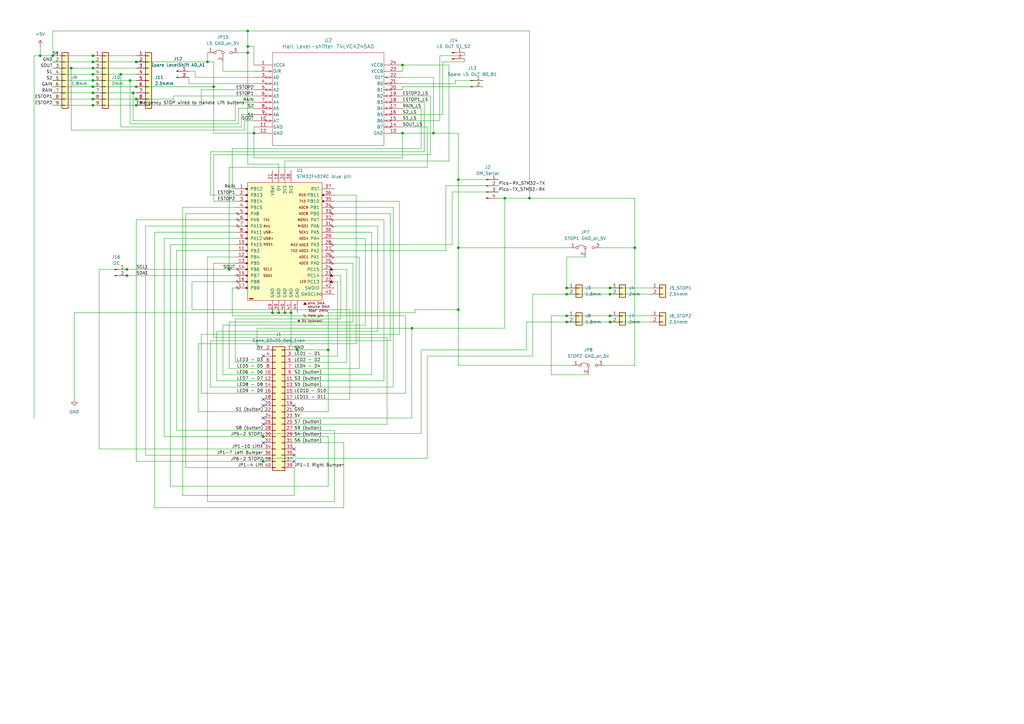
<source format=kicad_sch>
(kicad_sch (version 20230121) (generator eeschema)
  (paper "A3")
  (lib_symbols
    (symbol "Connector:Conn_01x02_Pin" (pin_names (offset 1.016) hide)
      (property "Reference" "J" (at 0 2.54 0))
      (property "Value" "Conn_01x02_Pin" (at 0 -5.08 0))
      (symbol "Conn_01x02_Pin_1_1"
        (pin passive line (at 5.08 0 180) (length 3.81) (name "Pin_1") (number "1"))
        (pin passive line (at 5.08 -2.54 180) (length 3.81) (name "Pin_2") (number "2"))
      )
    )
    (symbol "Connector:Conn_01x04_Pin" (pin_names (offset 1.016) hide)
      (property "Reference" "J" (at 0 5.08 0))
      (property "Value" "Conn_01x04_Pin" (at 0 -7.62 0))
      (symbol "Conn_01x04_Pin_1_1"
        (pin passive line (at 5.08 2.54 180) (length 3.81) (name "Pin_1") (number "1"))
        (pin passive line (at 5.08 0 180) (length 3.81) (name "Pin_2") (number "2"))
        (pin passive line (at 5.08 -2.54 180) (length 3.81) (name "Pin_3") (number "3"))
        (pin passive line (at 5.08 -5.08 180) (length 3.81) (name "Pin_4") (number "4"))
      )
    )
    (symbol "Connector_Generic:Conn_01x02" (pin_names (offset 1.016) hide)
      (property "Reference" "J" (at 0 2.54 0))
      (property "Value" "Conn_01x02" (at 0 -5.08 0))
      (symbol "Conn_01x02_1_1"
        (pin passive line (at -5.08 0 0) (length 3.81) (name "Pin_1") (number "1"))
        (pin passive line (at -5.08 -2.54 0) (length 3.81) (name "Pin_2") (number "2"))
      )
    )
    (symbol "Connector_Generic:Conn_01x09" (pin_names (offset 1.016) hide)
      (property "Reference" "J" (at 0 12.7 0))
      (property "Value" "Conn_01x09" (at 0 -12.7 0))
      (symbol "Conn_01x09_1_1"
        (pin passive line (at -5.08 10.16 0) (length 3.81) (name "Pin_1") (number "1"))
        (pin passive line (at -5.08 7.62 0) (length 3.81) (name "Pin_2") (number "2"))
        (pin passive line (at -5.08 5.08 0) (length 3.81) (name "Pin_3") (number "3"))
        (pin passive line (at -5.08 2.54 0) (length 3.81) (name "Pin_4") (number "4"))
        (pin passive line (at -5.08 0 0) (length 3.81) (name "Pin_5") (number "5"))
        (pin passive line (at -5.08 -2.54 0) (length 3.81) (name "Pin_6") (number "6"))
        (pin passive line (at -5.08 -5.08 0) (length 3.81) (name "Pin_7") (number "7"))
        (pin passive line (at -5.08 -7.62 0) (length 3.81) (name "Pin_8") (number "8"))
        (pin passive line (at -5.08 -10.16 0) (length 3.81) (name "Pin_9") (number "9"))
      )
    )
    (symbol "Connector_Generic:Conn_02x20_Odd_Even" (pin_names (offset 1.016) hide)
      (property "Reference" "J" (at 1.27 25.4 0))
      (property "Value" "Conn_02x20_Odd_Even" (at 1.27 -27.94 0))
      (symbol "Conn_02x20_Odd_Even_1_1"
        (pin passive line (at -5.08 22.86 0) (length 3.81) (name "Pin_1") (number "1"))
        (pin passive line (at 7.62 12.7 180) (length 3.81) (name "Pin_10") (number "10"))
        (pin passive line (at -5.08 10.16 0) (length 3.81) (name "Pin_11") (number "11"))
        (pin passive line (at 7.62 10.16 180) (length 3.81) (name "Pin_12") (number "12"))
        (pin passive line (at -5.08 7.62 0) (length 3.81) (name "Pin_13") (number "13"))
        (pin passive line (at 7.62 7.62 180) (length 3.81) (name "Pin_14") (number "14"))
        (pin passive line (at -5.08 5.08 0) (length 3.81) (name "Pin_15") (number "15"))
        (pin passive line (at 7.62 5.08 180) (length 3.81) (name "Pin_16") (number "16"))
        (pin passive line (at -5.08 2.54 0) (length 3.81) (name "Pin_17") (number "17"))
        (pin passive line (at 7.62 2.54 180) (length 3.81) (name "Pin_18") (number "18"))
        (pin passive line (at -5.08 0 0) (length 3.81) (name "Pin_19") (number "19"))
        (pin passive line (at 7.62 22.86 180) (length 3.81) (name "Pin_2") (number "2"))
        (pin passive line (at 7.62 0 180) (length 3.81) (name "Pin_20") (number "20"))
        (pin passive line (at -5.08 -2.54 0) (length 3.81) (name "Pin_21") (number "21"))
        (pin passive line (at 7.62 -2.54 180) (length 3.81) (name "Pin_22") (number "22"))
        (pin passive line (at -5.08 -5.08 0) (length 3.81) (name "Pin_23") (number "23"))
        (pin passive line (at 7.62 -5.08 180) (length 3.81) (name "Pin_24") (number "24"))
        (pin passive line (at -5.08 -7.62 0) (length 3.81) (name "Pin_25") (number "25"))
        (pin passive line (at 7.62 -7.62 180) (length 3.81) (name "Pin_26") (number "26"))
        (pin passive line (at -5.08 -10.16 0) (length 3.81) (name "Pin_27") (number "27"))
        (pin passive line (at 7.62 -10.16 180) (length 3.81) (name "Pin_28") (number "28"))
        (pin passive line (at -5.08 -12.7 0) (length 3.81) (name "Pin_29") (number "29"))
        (pin passive line (at -5.08 20.32 0) (length 3.81) (name "Pin_3") (number "3"))
        (pin passive line (at 7.62 -12.7 180) (length 3.81) (name "Pin_30") (number "30"))
        (pin passive line (at -5.08 -15.24 0) (length 3.81) (name "Pin_31") (number "31"))
        (pin passive line (at 7.62 -15.24 180) (length 3.81) (name "Pin_32") (number "32"))
        (pin passive line (at -5.08 -17.78 0) (length 3.81) (name "Pin_33") (number "33"))
        (pin passive line (at 7.62 -17.78 180) (length 3.81) (name "Pin_34") (number "34"))
        (pin passive line (at -5.08 -20.32 0) (length 3.81) (name "Pin_35") (number "35"))
        (pin passive line (at 7.62 -20.32 180) (length 3.81) (name "Pin_36") (number "36"))
        (pin passive line (at -5.08 -22.86 0) (length 3.81) (name "Pin_37") (number "37"))
        (pin passive line (at 7.62 -22.86 180) (length 3.81) (name "Pin_38") (number "38"))
        (pin passive line (at -5.08 -25.4 0) (length 3.81) (name "Pin_39") (number "39"))
        (pin passive line (at 7.62 20.32 180) (length 3.81) (name "Pin_4") (number "4"))
        (pin passive line (at 7.62 -25.4 180) (length 3.81) (name "Pin_40") (number "40"))
        (pin passive line (at -5.08 17.78 0) (length 3.81) (name "Pin_5") (number "5"))
        (pin passive line (at 7.62 17.78 180) (length 3.81) (name "Pin_6") (number "6"))
        (pin passive line (at -5.08 15.24 0) (length 3.81) (name "Pin_7") (number "7"))
        (pin passive line (at 7.62 15.24 180) (length 3.81) (name "Pin_8") (number "8"))
        (pin passive line (at -5.08 12.7 0) (length 3.81) (name "Pin_9") (number "9"))
      )
    )
    (symbol "Jumper:Jumper_3_Bridged12" (pin_names (offset 0) hide)
      (property "Reference" "JP" (at -2.54 -2.54 0))
      (property "Value" "Jumper_3_Bridged12" (at 0 2.794 0))
      (symbol "Jumper_3_Bridged12_1_1"
        (pin passive line (at -6.35 0 0) (length 2.54) (name "A") (number "1"))
        (pin passive line (at 0 -3.81 90) (length 2.54) (name "C") (number "2"))
        (pin passive line (at 6.35 0 180) (length 2.54) (name "B") (number "3"))
      )
    )
    (symbol "NXP 74LVC4245AD:74LVC4245AD" (pin_names (offset 0.254))
      (property "Reference" "U2" (at 30.48 10.16 0))
      (property "Value" "Hall Level-shifter 74LVC4245AD" (at 30.48 7.62 0))
      (symbol "74LVC4245AD_0_1"
        (pin power_in line (at 0 0 0) (length 7.62) (name "VCCA") (number "1"))
        (pin bidirectional line (at 0 -22.86 0) (length 7.62) (name "A7") (number "10"))
        (pin power_in line (at 0 -25.4 0) (length 7.62) (name "GND") (number "11"))
        (pin power_in line (at 0 -27.94 0) (length 7.62) (name "GND") (number "12"))
        (pin power_in line (at 60.96 -27.94 180) (length 7.62) (name "GND") (number "13"))
        (pin bidirectional line (at 60.96 -25.4 180) (length 7.62) (name "B7") (number "14"))
        (pin bidirectional line (at 60.96 -22.86 180) (length 7.62) (name "B6") (number "15"))
        (pin bidirectional line (at 60.96 -20.32 180) (length 7.62) (name "B5") (number "16"))
        (pin bidirectional line (at 60.96 -17.78 180) (length 7.62) (name "B4") (number "17"))
        (pin bidirectional line (at 60.96 -15.24 180) (length 7.62) (name "B3") (number "18"))
        (pin bidirectional line (at 60.96 -12.7 180) (length 7.62) (name "B2") (number "19"))
        (pin input line (at 0 -2.54 0) (length 7.62) (name "DIR") (number "2"))
        (pin bidirectional line (at 60.96 -10.16 180) (length 7.62) (name "B1") (number "20"))
        (pin bidirectional line (at 60.96 -7.62 180) (length 7.62) (name "B0") (number "21"))
        (pin input line (at 60.96 -5.08 180) (length 7.62) (name "OE*") (number "22"))
        (pin power_in line (at 60.96 -2.54 180) (length 7.62) (name "VCCB") (number "23"))
        (pin power_in line (at 60.96 0 180) (length 7.62) (name "VCCB") (number "24"))
        (pin bidirectional line (at 0 -5.08 0) (length 7.62) (name "A0") (number "3"))
        (pin bidirectional line (at 0 -7.62 0) (length 7.62) (name "A1") (number "4"))
        (pin bidirectional line (at 0 -10.16 0) (length 7.62) (name "A2") (number "5"))
        (pin bidirectional line (at 0 -12.7 0) (length 7.62) (name "A3") (number "6"))
        (pin bidirectional line (at 0 -15.24 0) (length 7.62) (name "A4") (number "7"))
        (pin bidirectional line (at 0 -17.78 0) (length 7.62) (name "A5") (number "8"))
        (pin bidirectional line (at 0 -20.32 0) (length 7.62) (name "A6") (number "9"))
      )
    )
    (symbol "YAAJ_BluePill_SWD_Breakout:YAAJ_BluePill_SWD_Breakout" (pin_names (offset 1.016))
      (property "Reference" "U1" (at 4.7341 27.94 0))
      (property "Value" "STM32F401RC blue pill" (at 4.7341 25.4 0))
      (symbol "YAAJ_BluePill_SWD_Breakout_0_0"
        (text "30pF 2MHz" (at 13.716 -29.591 0) (effects (font (size 0.9906 0.9906))))
        (text "5V tolerant" (at 11.176 -33.782 0) (effects (font (size 0.9906 0.9906))))
        (text "ADC0" (at 7.747 -10.16 0) (effects (font (size 0.9906 0.9906))))
        (text "ADC1" (at 7.747 -7.62 0) (effects (font (size 0.9906 0.9906))))
        (text "ADC2" (at 7.747 -5.08 0) (effects (font (size 0.9906 0.9906))))
        (text "ADC3" (at 7.747 -2.667 0) (effects (font (size 0.9906 0.9906))))
        (text "ADC4" (at 7.747 0 0) (effects (font (size 0.9906 0.9906))))
        (text "ADC8" (at 7.62 10.16 0) (effects (font (size 0.9906 0.9906))))
        (text "ADC9" (at 7.62 12.7 0) (effects (font (size 0.9906 0.9906))))
        (text "LED" (at 7.366 -17.653 0) (effects (font (size 0.9906 0.9906))))
        (text "MISO1" (at 7.493 5.08 0) (effects (font (size 0.9906 0.9906))))
        (text "MOSI1" (at 7.493 7.62 0) (effects (font (size 0.9906 0.9906))))
        (text "NSS1" (at -6.858 -2.413 0) (effects (font (size 0.9906 0.9906))))
        (text "PWM pin" (at 12.573 -31.75 0) (effects (font (size 0.9906 0.9906))))
        (text "RX1" (at -7.366 4.953 0) (effects (font (size 0.9906 0.9906))))
        (text "RX2" (at 3.81 -2.667 0) (effects (font (size 0.9906 0.9906))))
        (text "RX3" (at 7.112 17.78 0) (effects (font (size 0.9906 0.9906))))
        (text "SCK1" (at 7.747 2.54 0) (effects (font (size 0.9906 0.9906))))
        (text "SCL1" (at -6.985 -12.573 0) (effects (font (size 0.9906 0.9906))))
        (text "SDA1" (at -6.985 -15.24 0) (effects (font (size 0.9906 0.9906))))
        (text "sink 3mA" (at 12.827 -26.543 0) (effects (font (size 0.9906 0.9906))))
        (text "source 0mA" (at 13.843 -27.94 0) (effects (font (size 0.9906 0.9906))))
        (text "TX1" (at -7.493 7.62 0) (effects (font (size 0.9906 0.9906))))
        (text "TX2" (at 3.81 -5.08 0) (effects (font (size 0.9906 0.9906))))
        (text "TX3" (at 7.239 15.24 0) (effects (font (size 0.9906 0.9906))))
        (text "USB+" (at -6.731 0 0) (effects (font (size 0.9906 0.9906))))
        (text "USB-" (at -6.731 2.54 0) (effects (font (size 0.9906 0.9906))))
        (text "Y@@J" (at -13.8176 -24.6888 0) (effects (font (size 0.508 0.508))))
      )
      (symbol "YAAJ_BluePill_SWD_Breakout_1_1"
        (pin bidirectional line (at -20.32 20.32 0) (length 5.08) (name "PB12") (number "1"))
        (pin bidirectional line (at -20.32 -2.54 0) (length 5.08) (name "PA15") (number "10"))
        (pin bidirectional line (at -20.32 -5.08 0) (length 5.08) (name "PB3") (number "11"))
        (pin bidirectional line (at -20.32 -7.62 0) (length 5.08) (name "PB4") (number "12"))
        (pin bidirectional line (at -20.32 -10.16 0) (length 5.08) (name "PB5") (number "13"))
        (pin bidirectional line (at -20.32 -12.7 0) (length 5.08) (name "PB6") (number "14"))
        (pin bidirectional line (at -20.32 -15.24 0) (length 5.08) (name "PB7") (number "15"))
        (pin bidirectional line (at -20.32 -17.78 0) (length 5.08) (name "PB8") (number "16"))
        (pin bidirectional line (at -20.32 -20.32 0) (length 5.08) (name "PB9") (number "17"))
        (pin power_in line (at -2.54 27.94 270) (length 5.08) (name "5V") (number "18"))
        (pin power_in line (at -5.08 -30.48 90) (length 5.08) (name "GND") (number "19"))
        (pin bidirectional line (at -20.32 17.78 0) (length 5.08) (name "PB13") (number "2"))
        (pin power_in line (at 0 27.94 270) (length 5.08) (name "3V3") (number "20"))
        (pin power_in line (at -5.08 27.94 270) (length 5.08) (name "VBat") (number "21"))
        (pin bidirectional line (at 20.32 -17.78 180) (length 5.08) (name "PC13") (number "22"))
        (pin bidirectional line (at 20.32 -15.24 180) (length 5.08) (name "PC14") (number "23"))
        (pin bidirectional line (at 20.32 -12.7 180) (length 5.08) (name "PC15") (number "24"))
        (pin bidirectional line (at 20.32 -10.16 180) (length 5.08) (name "PA0") (number "25"))
        (pin bidirectional line (at 20.32 -7.62 180) (length 5.08) (name "PA1") (number "26"))
        (pin bidirectional line (at 20.32 -5.08 180) (length 5.08) (name "PA2") (number "27"))
        (pin bidirectional line (at 20.32 -2.54 180) (length 5.08) (name "PA3") (number "28"))
        (pin bidirectional line (at 20.32 0 180) (length 5.08) (name "PA4") (number "29"))
        (pin bidirectional line (at -20.32 15.24 0) (length 5.08) (name "PB14") (number "3"))
        (pin bidirectional line (at 20.32 2.54 180) (length 5.08) (name "PA5") (number "30"))
        (pin bidirectional line (at 20.32 5.08 180) (length 5.08) (name "PA6") (number "31"))
        (pin bidirectional line (at 20.32 7.62 180) (length 5.08) (name "PA7") (number "32"))
        (pin bidirectional line (at 20.32 10.16 180) (length 5.08) (name "PB0") (number "33"))
        (pin bidirectional line (at 20.32 12.7 180) (length 5.08) (name "PB1") (number "34"))
        (pin bidirectional line (at 20.32 15.24 180) (length 5.08) (name "PB10") (number "35"))
        (pin bidirectional line (at 20.32 17.78 180) (length 5.08) (name "PB11") (number "36"))
        (pin input line (at 20.32 20.32 180) (length 5.08) (name "RST") (number "37"))
        (pin power_in line (at 2.54 27.94 270) (length 5.08) (name "3V3") (number "38"))
        (pin power_in line (at -2.54 -30.48 90) (length 5.08) (name "GND") (number "39"))
        (pin bidirectional line (at -20.32 12.7 0) (length 5.08) (name "PB15") (number "4"))
        (pin power_in line (at 0 -30.48 90) (length 5.08) (name "GND") (number "40"))
        (pin power_in line (at 2.54 -30.48 90) (length 5.08) (name "GND") (number "41"))
        (pin bidirectional line (at 20.32 -20.32 180) (length 5.08) (name "SWDIO") (number "42"))
        (pin input clock (at 20.32 -22.86 180) (length 5.08) (name "SWDCLK") (number "43"))
        (pin power_in line (at 5.08 -30.48 90) (length 5.08) (name "GND") (number "44"))
        (pin bidirectional line (at -20.32 10.16 0) (length 5.08) (name "PA8") (number "5"))
        (pin bidirectional line (at -20.32 7.62 0) (length 5.08) (name "PA9") (number "6"))
        (pin bidirectional line (at -20.32 5.08 0) (length 5.08) (name "PA10") (number "7"))
        (pin bidirectional line (at -20.32 2.54 0) (length 5.08) (name "PA11") (number "8"))
        (pin bidirectional line (at -20.32 0 0) (length 5.08) (name "PA12") (number "9"))
      )
    )
    (symbol "power:+5V" (power) (pin_names (offset 0))
      (property "Value" "+5V" (at 0 3.556 0))
      (symbol "+5V_1_1"
        (pin power_in line (at 0 0 90) (length 0) hide (name "+5V") (number "1"))
      )
    )
    (symbol "power:GND" (power) (pin_names (offset 0))
      (property "Value" "GND" (at 0 -3.81 0))
      (symbol "GND_1_1"
        (pin power_in line (at 0 0 270) (length 0) hide (name "GND") (number "1"))
      )
    )
  )
  (junction (at 21.59 22.86))
  (junction (at 54.61 38.1))
  (junction (at 16.51 22.86))
  (junction (at 101.6 19.05))
  (junction (at 232.41 118.11))
  (junction (at 38.1 38.1))
  (junction (at 107.95 179.07))
  (junction (at 232.41 129.54))
  (junction (at 101.6 21.59))
  (junction (at 250.19 118.11))
  (junction (at 107.95 189.23))
  (junction (at 93.98 110.49))
  (junction (at 101.6 12.7))
  (junction (at 87.63 35.56))
  (junction (at 250.19 129.54))
  (junction (at 55.88 43.18))
  (junction (at 177.8 54.61))
  (junction (at 38.1 33.02))
  (junction (at 232.41 132.08))
  (junction (at 53.34 33.02))
  (junction (at 250.19 132.08))
  (junction (at 111.76 128.27))
  (junction (at 250.19 120.65))
  (junction (at 52.07 110.49))
  (junction (at 29.21 27.94))
  (junction (at 165.1 26.67))
  (junction (at 165.1 54.61))
  (junction (at 121.92 143.51))
  (junction (at 52.07 113.03))
  (junction (at 38.1 22.86))
  (junction (at 85.09 25.4))
  (junction (at 38.1 40.64))
  (junction (at 187.96 101.6))
  (junction (at 260.35 101.6))
  (junction (at 38.1 27.94))
  (junction (at 232.41 120.65))
  (junction (at 38.1 30.48))
  (junction (at 104.14 54.61))
  (junction (at 168.91 134.62))
  (junction (at 55.88 35.56))
  (junction (at 116.84 128.27))
  (junction (at 217.17 81.28))
  (junction (at 187.96 127))
  (junction (at 38.1 43.18))
  (junction (at 207.01 81.28))
  (junction (at 119.38 128.27))
  (junction (at 49.53 30.48))
  (junction (at 38.1 25.4))
  (junction (at 55.88 40.64))
  (junction (at 55.88 25.4))
  (junction (at 134.62 143.51))
  (junction (at 114.3 128.27))
  (junction (at 38.1 35.56))
  (junction (at 187.96 73.66))
  (no_connect (at 107.95 173.99))
  (no_connect (at 107.95 181.61))
  (no_connect (at 120.65 186.69))
  (no_connect (at 107.95 146.05))
  (no_connect (at 107.95 163.83))
  (no_connect (at 120.65 189.23))
  (no_connect (at 120.65 184.15))
  (no_connect (at 107.95 171.45))
  (no_connect (at 107.95 166.37))
  (no_connect (at 120.65 166.37))
  (wire (pts (xy 74.93 85.09) (xy 74.93 203.2)))
  (wire (pts (xy 87.63 107.95) (xy 96.52 107.95)))
  (wire (pts (xy 165.1 49.53) (xy 180.34 49.53)))
  (wire (pts (xy 170.18 127) (xy 187.96 127)))
  (wire (pts (xy 137.16 97.79) (xy 149.86 97.79)))
  (wire (pts (xy 101.6 21.59) (xy 101.6 67.31)))
  (wire (pts (xy 82.55 161.29) (xy 107.95 161.29)))
  (wire (pts (xy 149.86 133.35) (xy 91.44 133.35)))
  (wire (pts (xy 116.84 66.04) (xy 116.84 69.85)))
  (wire (pts (xy 13.97 22.86) (xy 13.97 171.45)))
  (wire (pts (xy 119.38 142.24) (xy 121.92 142.24)))
  (wire (pts (xy 97.79 44.45) (xy 104.14 44.45)))
  (wire (pts (xy 120.65 148.59) (xy 142.24 148.59)))
  (wire (pts (xy 16.51 22.86) (xy 21.59 22.86)))
  (wire (pts (xy 82.55 36.83) (xy 104.14 36.83)))
  (wire (pts (xy 120.65 161.29) (xy 166.37 161.29)))
  (wire (pts (xy 21.59 30.48) (xy 38.1 30.48)))
  (wire (pts (xy 46.99 113.03) (xy 52.07 113.03)))
  (wire (pts (xy 165.1 34.29) (xy 186.69 34.29)))
  (wire (pts (xy 93.98 68.58) (xy 175.26 68.58)))
  (wire (pts (xy 74.93 85.09) (xy 96.52 85.09)))
  (wire (pts (xy 161.29 85.09) (xy 137.16 85.09)))
  (wire (pts (xy 54.61 49.53) (xy 54.61 38.1)))
  (wire (pts (xy 190.5 25.4) (xy 190.5 24.13)))
  (wire (pts (xy 38.1 43.18) (xy 55.88 43.18)))
  (wire (pts (xy 63.5 95.25) (xy 96.52 95.25)))
  (wire (pts (xy 154.94 92.71) (xy 154.94 135.89)))
  (wire (pts (xy 55.88 189.23) (xy 107.95 189.23)))
  (wire (pts (xy 93.98 110.49) (xy 96.52 110.49)))
  (wire (pts (xy 55.88 35.56) (xy 87.63 35.56)))
  (wire (pts (xy 185.42 78.74) (xy 204.47 78.74)))
  (wire (pts (xy 137.16 100.33) (xy 185.42 100.33)))
  (wire (pts (xy 80.01 29.21) (xy 77.47 29.21)))
  (wire (pts (xy 180.34 49.53) (xy 180.34 22.86)))
  (wire (pts (xy 38.1 25.4) (xy 55.88 25.4)))
  (wire (pts (xy 100.33 49.53) (xy 104.14 49.53)))
  (wire (pts (xy 49.53 52.07) (xy 99.06 52.07)))
  (wire (pts (xy 172.72 177.8) (xy 172.72 143.51)))
  (wire (pts (xy 53.34 33.02) (xy 53.34 50.8)))
  (wire (pts (xy 21.59 33.02) (xy 38.1 33.02)))
  (wire (pts (xy 96.52 97.79) (xy 67.31 97.79)))
  (wire (pts (xy 137.16 113.03) (xy 139.7 113.03)))
  (wire (pts (xy 87.63 107.95) (xy 87.63 138.43)))
  (wire (pts (xy 85.09 21.59) (xy 85.09 25.4)))
  (wire (pts (xy 121.92 142.24) (xy 121.92 143.51)))
  (wire (pts (xy 86.36 139.7) (xy 86.36 158.75)))
  (wire (pts (xy 232.41 132.08) (xy 250.19 132.08)))
  (wire (pts (xy 177.8 31.75) (xy 177.8 54.61)))
  (wire (pts (xy 137.16 82.55) (xy 163.83 82.55)))
  (wire (pts (xy 165.1 31.75) (xy 177.8 31.75)))
  (wire (pts (xy 182.88 76.2) (xy 204.47 76.2)))
  (wire (pts (xy 96.52 87.63) (xy 76.2 87.63)))
  (wire (pts (xy 82.55 137.16) (xy 82.55 161.29)))
  (wire (pts (xy 85.09 25.4) (xy 87.63 25.4)))
  (wire (pts (xy 168.91 134.62) (xy 168.91 171.45)))
  (wire (pts (xy 29.21 53.34) (xy 100.33 53.34)))
  (wire (pts (xy 165.1 26.67) (xy 184.15 26.67)))
  (wire (pts (xy 204.47 81.28) (xy 207.01 81.28)))
  (wire (pts (xy 172.72 60.96) (xy 95.25 60.96)))
  (wire (pts (xy 137.16 80.01) (xy 146.05 80.01)))
  (wire (pts (xy 176.53 39.37) (xy 176.53 63.5)))
  (wire (pts (xy 80.01 29.21) (xy 80.01 31.75)))
  (wire (pts (xy 226.06 153.67) (xy 226.06 129.54)))
  (wire (pts (xy 97.79 50.8) (xy 97.79 44.45)))
  (wire (pts (xy 93.98 132.08) (xy 93.98 151.13)))
  (wire (pts (xy 163.83 82.55) (xy 163.83 137.16)))
  (wire (pts (xy 149.86 97.79) (xy 149.86 133.35)))
  (wire (pts (xy 49.53 30.48) (xy 55.88 30.48)))
  (wire (pts (xy 78.74 127) (xy 143.51 127)))
  (wire (pts (xy 134.62 128.27) (xy 170.18 128.27)))
  (wire (pts (xy 38.1 38.1) (xy 54.61 38.1)))
  (wire (pts (xy 134.62 168.91) (xy 120.65 168.91)))
  (wire (pts (xy 250.19 132.08) (xy 266.7 132.08)))
  (wire (pts (xy 16.51 19.05) (xy 16.51 22.86)))
  (wire (pts (xy 96.52 80.01) (xy 86.36 80.01)))
  (wire (pts (xy 38.1 40.64) (xy 55.88 40.64)))
  (wire (pts (xy 146.05 80.01) (xy 146.05 140.97)))
  (wire (pts (xy 101.6 19.05) (xy 104.14 19.05)))
  (wire (pts (xy 80.01 31.75) (xy 104.14 31.75)))
  (wire (pts (xy 207.01 134.62) (xy 207.01 81.28)))
  (wire (pts (xy 38.1 30.48) (xy 49.53 30.48)))
  (wire (pts (xy 182.88 76.2) (xy 182.88 102.87)))
  (wire (pts (xy 139.7 130.81) (xy 96.52 130.81)))
  (wire (pts (xy 140.97 208.28) (xy 63.5 208.28)))
  (wire (pts (xy 166.37 129.54) (xy 95.25 129.54)))
  (wire (pts (xy 77.47 31.75) (xy 77.47 34.29)))
  (wire (pts (xy 87.63 25.4) (xy 87.63 35.56)))
  (wire (pts (xy 134.62 143.51) (xy 134.62 168.91)))
  (wire (pts (xy 107.95 148.59) (xy 96.52 148.59)))
  (wire (pts (xy 187.96 54.61) (xy 177.8 54.61)))
  (wire (pts (xy 49.53 30.48) (xy 49.53 52.07)))
  (wire (pts (xy 107.95 189.23) (xy 107.95 187.96)))
  (wire (pts (xy 165.1 44.45) (xy 172.72 44.45)))
  (wire (pts (xy 101.6 19.05) (xy 101.6 21.59)))
  (wire (pts (xy 190.5 22.86) (xy 190.5 21.59)))
  (wire (pts (xy 139.7 113.03) (xy 139.7 130.81)))
  (wire (pts (xy 71.12 39.37) (xy 71.12 40.64)))
  (wire (pts (xy 147.32 105.41) (xy 147.32 151.13)))
  (wire (pts (xy 120.65 151.13) (xy 147.32 151.13)))
  (wire (pts (xy 55.88 43.18) (xy 82.55 43.18)))
  (wire (pts (xy 87.63 63.5) (xy 176.53 63.5)))
  (wire (pts (xy 21.59 38.1) (xy 38.1 38.1)))
  (wire (pts (xy 78.74 115.57) (xy 78.74 127)))
  (wire (pts (xy 21.59 27.94) (xy 29.21 27.94)))
  (wire (pts (xy 181.61 46.99) (xy 181.61 25.4)))
  (wire (pts (xy 55.88 90.17) (xy 55.88 189.23)))
  (wire (pts (xy 175.26 68.58) (xy 175.26 52.07)))
  (wire (pts (xy 161.29 85.09) (xy 161.29 158.75)))
  (wire (pts (xy 114.3 128.27) (xy 116.84 128.27)))
  (wire (pts (xy 21.59 22.86) (xy 21.59 12.7)))
  (wire (pts (xy 144.78 132.08) (xy 93.98 132.08)))
  (wire (pts (xy 114.3 69.85) (xy 114.3 67.31)))
  (wire (pts (xy 96.52 49.53) (xy 54.61 49.53)))
  (wire (pts (xy 30.48 128.27) (xy 30.48 163.83)))
  (wire (pts (xy 226.06 129.54) (xy 232.41 129.54)))
  (wire (pts (xy 173.99 62.23) (xy 86.36 62.23)))
  (wire (pts (xy 13.97 22.86) (xy 16.51 22.86)))
  (wire (pts (xy 21.59 35.56) (xy 38.1 35.56)))
  (wire (pts (xy 87.63 63.5) (xy 87.63 82.55)))
  (wire (pts (xy 81.28 168.91) (xy 107.95 168.91)))
  (wire (pts (xy 88.9 135.89) (xy 88.9 156.21)))
  (wire (pts (xy 96.52 118.11) (xy 95.25 118.11)))
  (wire (pts (xy 99.06 52.07) (xy 99.06 46.99)))
  (wire (pts (xy 137.16 205.74) (xy 137.16 176.53)))
  (wire (pts (xy 185.42 78.74) (xy 185.42 100.33)))
  (wire (pts (xy 101.6 12.7) (xy 101.6 19.05)))
  (wire (pts (xy 218.44 120.65) (xy 218.44 146.05)))
  (wire (pts (xy 232.41 120.65) (xy 250.19 120.65)))
  (wire (pts (xy 184.15 66.04) (xy 184.15 26.67)))
  (wire (pts (xy 77.47 34.29) (xy 104.14 34.29)))
  (wire (pts (xy 120.65 181.61) (xy 140.97 181.61)))
  (wire (pts (xy 105.41 134.62) (xy 168.91 134.62)))
  (wire (pts (xy 52.07 110.49) (xy 93.98 110.49)))
  (wire (pts (xy 165.1 39.37) (xy 176.53 39.37)))
  (wire (pts (xy 114.3 125.73) (xy 114.3 128.27)))
  (wire (pts (xy 101.6 67.31) (xy 114.3 67.31)))
  (wire (pts (xy 187.96 73.66) (xy 204.47 73.66)))
  (wire (pts (xy 96.52 130.81) (xy 96.52 148.59)))
  (wire (pts (xy 143.51 127) (xy 143.51 163.83)))
  (wire (pts (xy 158.75 173.99) (xy 120.65 173.99)))
  (wire (pts (xy 72.39 102.87) (xy 72.39 176.53)))
  (wire (pts (xy 120.65 158.75) (xy 161.29 158.75)))
  (wire (pts (xy 137.16 105.41) (xy 147.32 105.41)))
  (wire (pts (xy 40.64 110.49) (xy 40.64 184.15)))
  (wire (pts (xy 111.76 125.73) (xy 111.76 128.27)))
  (wire (pts (xy 29.21 53.34) (xy 29.21 27.94)))
  (wire (pts (xy 69.85 199.39) (xy 134.62 199.39)))
  (wire (pts (xy 38.1 27.94) (xy 55.88 27.94)))
  (wire (pts (xy 87.63 35.56) (xy 87.63 54.61)))
  (wire (pts (xy 120.65 163.83) (xy 143.51 163.83)))
  (wire (pts (xy 105.41 143.51) (xy 107.95 143.51)))
  (wire (pts (xy 76.2 191.77) (xy 107.95 191.77)))
  (wire (pts (xy 157.48 90.17) (xy 157.48 156.21)))
  (wire (pts (xy 138.43 115.57) (xy 138.43 146.05)))
  (wire (pts (xy 105.41 143.51) (xy 105.41 134.62)))
  (wire (pts (xy 86.36 158.75) (xy 107.95 158.75)))
  (wire (pts (xy 91.44 25.4) (xy 91.44 29.21)))
  (wire (pts (xy 170.18 128.27) (xy 170.18 127)))
  (wire (pts (xy 67.31 179.07) (xy 107.95 179.07)))
  (wire (pts (xy 175.26 187.96) (xy 175.26 146.05)))
  (wire (pts (xy 54.61 38.1) (xy 55.88 38.1)))
  (wire (pts (xy 88.9 156.21) (xy 107.95 156.21)))
  (wire (pts (xy 181.61 25.4) (xy 190.5 25.4)))
  (wire (pts (xy 107.95 187.96) (xy 175.26 187.96)))
  (wire (pts (xy 21.59 40.64) (xy 38.1 40.64)))
  (wire (pts (xy 55.88 90.17) (xy 96.52 90.17)))
  (wire (pts (xy 91.44 29.21) (xy 104.14 29.21)))
  (wire (pts (xy 91.44 133.35) (xy 91.44 153.67)))
  (wire (pts (xy 172.72 143.51) (xy 215.9 143.51)))
  (wire (pts (xy 232.41 120.65) (xy 218.44 120.65)))
  (wire (pts (xy 104.14 19.05) (xy 104.14 26.67)))
  (wire (pts (xy 97.79 21.59) (xy 101.6 21.59)))
  (wire (pts (xy 137.16 92.71) (xy 154.94 92.71)))
  (wire (pts (xy 74.93 203.2) (xy 120.65 203.2)))
  (wire (pts (xy 81.28 140.97) (xy 146.05 140.97)))
  (wire (pts (xy 86.36 80.01) (xy 86.36 62.23)))
  (wire (pts (xy 53.34 50.8) (xy 97.79 50.8)))
  (wire (pts (xy 81.28 140.97) (xy 81.28 168.91)))
  (wire (pts (xy 187.96 127) (xy 187.96 149.86)))
  (wire (pts (xy 21.59 22.86) (xy 38.1 22.86)))
  (wire (pts (xy 165.1 54.61) (xy 165.1 64.77)))
  (wire (pts (xy 187.96 73.66) (xy 187.96 54.61)))
  (wire (pts (xy 55.88 25.4) (xy 85.09 25.4)))
  (wire (pts (xy 140.97 181.61) (xy 140.97 208.28)))
  (wire (pts (xy 107.95 177.8) (xy 172.72 177.8)))
  (wire (pts (xy 67.31 97.79) (xy 67.31 179.07)))
  (wire (pts (xy 107.95 179.07) (xy 107.95 177.8)))
  (wire (pts (xy 38.1 33.02) (xy 53.34 33.02)))
  (wire (pts (xy 168.91 171.45) (xy 120.65 171.45)))
  (wire (pts (xy 137.16 115.57) (xy 138.43 115.57)))
  (wire (pts (xy 104.14 54.61) (xy 104.14 64.77)))
  (wire (pts (xy 144.78 107.95) (xy 137.16 107.95)))
  (wire (pts (xy 71.12 39.37) (xy 104.14 39.37)))
  (wire (pts (xy 137.16 87.63) (xy 160.02 87.63)))
  (wire (pts (xy 76.2 87.63) (xy 76.2 191.77)))
  (wire (pts (xy 165.1 26.67) (xy 165.1 29.21)))
  (wire (pts (xy 198.12 33.02) (xy 186.69 33.02)))
  (wire (pts (xy 85.09 105.41) (xy 85.09 205.74)))
  (wire (pts (xy 72.39 176.53) (xy 107.95 176.53)))
  (wire (pts (xy 21.59 43.18) (xy 38.1 43.18)))
  (wire (pts (xy 232.41 118.11) (xy 250.19 118.11)))
  (wire (pts (xy 95.25 60.96) (xy 95.25 77.47)))
  (wire (pts (xy 87.63 54.61) (xy 104.14 54.61)))
  (wire (pts (xy 52.07 110.49) (xy 40.64 110.49)))
  (wire (pts (xy 165.1 35.56) (xy 165.1 36.83)))
  (wire (pts (xy 168.91 134.62) (xy 207.01 134.62)))
  (wire (pts (xy 121.92 143.51) (xy 134.62 143.51)))
  (wire (pts (xy 207.01 81.28) (xy 217.17 81.28)))
  (wire (pts (xy 30.48 128.27) (xy 111.76 128.27)))
  (wire (pts (xy 134.62 128.27) (xy 134.62 143.51)))
  (wire (pts (xy 160.02 87.63) (xy 160.02 139.7)))
  (wire (pts (xy 152.4 153.67) (xy 152.4 95.25)))
  (wire (pts (xy 40.64 184.15) (xy 107.95 184.15)))
  (wire (pts (xy 165.1 41.91) (xy 173.99 41.91)))
  (wire (pts (xy 120.65 203.2) (xy 120.65 191.77)))
  (wire (pts (xy 120.65 156.21) (xy 157.48 156.21)))
  (wire (pts (xy 59.69 92.71) (xy 59.69 186.69)))
  (wire (pts (xy 187.96 101.6) (xy 187.96 127)))
  (wire (pts (xy 53.34 33.02) (xy 55.88 33.02)))
  (wire (pts (xy 96.52 102.87) (xy 72.39 102.87)))
  (wire (pts (xy 93.98 110.49) (xy 93.98 68.58)))
  (wire (pts (xy 21.59 25.4) (xy 38.1 25.4)))
  (wire (pts (xy 96.52 41.91) (xy 104.14 41.91)))
  (wire (pts (xy 250.19 120.65) (xy 266.7 120.65)))
  (wire (pts (xy 260.35 101.6) (xy 260.35 149.86)))
  (wire (pts (xy 38.1 22.86) (xy 55.88 22.86)))
  (wire (pts (xy 134.62 179.07) (xy 120.65 179.07)))
  (wire (pts (xy 232.41 129.54) (xy 250.19 129.54)))
  (wire (pts (xy 157.48 90.17) (xy 137.16 90.17)))
  (wire (pts (xy 137.16 95.25) (xy 152.4 95.25)))
  (wire (pts (xy 198.12 35.56) (xy 165.1 35.56)))
  (wire (pts (xy 134.62 199.39) (xy 134.62 179.07)))
  (wire (pts (xy 173.99 41.91) (xy 173.99 62.23)))
  (wire (pts (xy 260.35 101.6) (xy 246.38 101.6)))
  (wire (pts (xy 95.25 129.54) (xy 95.25 118.11)))
  (wire (pts (xy 63.5 208.28) (xy 63.5 95.25)))
  (wire (pts (xy 91.44 153.67) (xy 107.95 153.67)))
  (wire (pts (xy 93.98 151.13) (xy 107.95 151.13)))
  (wire (pts (xy 111.76 128.27) (xy 114.3 128.27)))
  (wire (pts (xy 144.78 107.95) (xy 144.78 132.08)))
  (wire (pts (xy 240.03 105.41) (xy 232.41 105.41)))
  (wire (pts (xy 158.75 138.43) (xy 158.75 173.99)))
  (wire (pts (xy 163.83 137.16) (xy 82.55 137.16)))
  (wire (pts (xy 99.06 46.99) (xy 104.14 46.99)))
  (wire (pts (xy 104.14 52.07) (xy 104.14 54.61)))
  (wire (pts (xy 38.1 35.56) (xy 55.88 35.56)))
  (wire (pts (xy 260.35 149.86) (xy 247.65 149.86)))
  (wire (pts (xy 187.96 101.6) (xy 187.96 73.66)))
  (wire (pts (xy 160.02 139.7) (xy 86.36 139.7)))
  (wire (pts (xy 175.26 52.07) (xy 165.1 52.07)))
  (wire (pts (xy 29.21 27.94) (xy 38.1 27.94)))
  (wire (pts (xy 186.69 34.29) (xy 186.69 33.02)))
  (wire (pts (xy 260.35 81.28) (xy 260.35 101.6)))
  (wire (pts (xy 234.95 149.86) (xy 187.96 149.86)))
  (wire (pts (xy 52.07 113.03) (xy 96.52 113.03)))
  (wire (pts (xy 187.96 101.6) (xy 233.68 101.6)))
  (wire (pts (xy 71.12 40.64) (xy 55.88 40.64)))
  (wire (pts (xy 232.41 105.41) (xy 232.41 118.11)))
  (wire (pts (xy 232.41 132.08) (xy 215.9 132.08)))
  (wire (pts (xy 137.16 102.87) (xy 182.88 102.87)))
  (wire (pts (xy 154.94 135.89) (xy 88.9 135.89)))
  (wire (pts (xy 177.8 54.61) (xy 165.1 54.61)))
  (wire (pts (xy 96.52 41.91) (xy 96.52 49.53)))
  (wire (pts (xy 116.84 128.27) (xy 119.38 128.27)))
  (wire (pts (xy 120.65 153.67) (xy 152.4 153.67)))
  (wire (pts (xy 96.52 92.71) (xy 59.69 92.71)))
  (wire (pts (xy 217.17 12.7) (xy 217.17 81.28)))
  (wire (pts (xy 82.55 36.83) (xy 82.55 43.18)))
  (wire (pts (xy 87.63 138.43) (xy 158.75 138.43)))
  (wire (pts (xy 104.14 64.77) (xy 165.1 64.77)))
  (wire (pts (xy 116.84 66.04) (xy 184.15 66.04)))
  (wire (pts (xy 121.92 143.51) (xy 120.65 143.51)))
  (wire (pts (xy 175.26 146.05) (xy 218.44 146.05)))
  (wire (pts (xy 137.16 110.49) (xy 142.24 110.49)))
  (wire (pts (xy 78.74 115.57) (xy 96.52 115.57)))
  (wire (pts (xy 137.16 176.53) (xy 120.65 176.53)))
  (wire (pts (xy 100.33 53.34) (xy 100.33 49.53)))
  (wire (pts (xy 241.3 153.67) (xy 226.06 153.67)))
  (wire (pts (xy 250.19 118.11) (xy 266.7 118.11)))
  (wire (pts (xy 96.52 100.33) (xy 69.85 100.33)))
  (wire (pts (xy 69.85 100.33) (xy 69.85 199.39)))
  (wire (pts (xy 85.09 205.74) (xy 137.16 205.74)))
  (wire (pts (xy 180.34 22.86) (xy 190.5 22.86)))
  (wire (pts (xy 217.17 12.7) (xy 101.6 12.7)))
  (wire (pts (xy 166.37 161.29) (xy 166.37 129.54)))
  (wire (pts (xy 250.19 129.54) (xy 266.7 129.54)))
  (wire (pts (xy 215.9 132.08) (xy 215.9 143.51)))
  (wire (pts (xy 120.65 146.05) (xy 138.43 146.05)))
  (wire (pts (xy 21.59 12.7) (xy 101.6 12.7)))
  (wire (pts (xy 96.52 82.55) (xy 87.63 82.55)))
  (wire (pts (xy 217.17 81.28) (xy 260.35 81.28)))
  (wire (pts (xy 142.24 110.49) (xy 142.24 148.59)))
  (wire (pts (xy 96.52 77.47) (xy 95.25 77.47)))
  (wire (pts (xy 119.38 128.27) (xy 119.38 142.24)))
  (wire (pts (xy 172.72 60.96) (xy 172.72 44.45)))
  (wire (pts (xy 85.09 105.41) (xy 96.52 105.41)))
  (wire (pts (xy 59.69 186.69) (xy 107.95 186.69)))
  (wire (pts (xy 165.1 46.99) (xy 181.61 46.99)))
  (label "LED3 - D3" (at 107.95 148.59 180))
  (label "RAIN" (at 21.59 38.1 180))
  (label "JP1-4 Lift" (at 107.95 191.77 180))
  (label "LED11 - D11" (at 120.65 163.83 0))
  (label "JP5-2 STOP1" (at 107.95 179.07 180))
  (label "ESTOP2" (at 21.59 43.18 180))
  (label "SDA1" (at 55.88 113.03 0))
  (label "S1" (at 104.14 48.26 180))
  (label "S1 (button)" (at 107.95 168.91 180))
  (label "JP1-10 LiftX" (at 107.95 184.15 180))
  (label "S4 (button)" (at 120.65 179.07 0))
  (label "S1_LS" (at 165.1 49.53 0))
  (label "LED8 - D8" (at 107.95 158.75 180))
  (label "LED9 - D9" (at 107.95 161.29 180))
  (label "LED10 - D10" (at 120.65 161.29 0))
  (label "S6 (button)" (at 120.65 181.61 0))
  (label "5V" (at 120.65 171.45 0))
  (label "GAIN" (at 21.59 35.56 180))
  (label "ESTOP2" (at 104.14 36.83 180))
  (label "SOUT" (at 21.59 27.94 180))
  (label "LED5 - D5" (at 107.95 151.13 180))
  (label "S2" (at 21.59 33.02 180))
  (label "5V" (at 21.59 22.86 0))
  (label "SOUT" (at 96.52 110.49 180))
  (label "S2_LS" (at 165.1 46.99 0))
  (label "LED4 - D4" (at 120.65 151.13 0))
  (label "Pico-RX_STM32-TX" (at 204.47 76.2 0))
  (label "RAIN_LS" (at 165.1 44.45 0))
  (label "S8 (button)" (at 107.95 176.53 180))
  (label "S9 (button)" (at 120.65 176.53 0))
  (label "Emergency STOP wired to Handle Lift buttons" (at 55.88 43.18 0))
  (label "LED7 - D7" (at 107.95 156.21 180))
  (label "RAIN" (at 96.52 77.47 180))
  (label "GND" (at 21.59 25.4 180))
  (label "S2" (at 104.14 44.45 180))
  (label "S3 (button)" (at 120.65 156.21 0))
  (label "5V" (at 107.95 143.51 180))
  (label "JP6-2 STOP2" (at 107.95 189.23 180))
  (label "LED1 - D1" (at 120.65 146.05 0))
  (label "LED6 - D6" (at 107.95 153.67 180))
  (label "SOUT" (at 104.14 49.53 180))
  (label "ESTOP1" (at 96.52 80.01 180))
  (label "SOUT_LS" (at 165.1 52.07 0))
  (label "S2 (button)" (at 120.65 153.67 0))
  (label "Pico-TX_STM32-RX" (at 204.47 78.74 0))
  (label "ESTOP1_LS" (at 165.1 41.91 0))
  (label "RAIN" (at 104.14 41.91 180))
  (label "JP1-7 Left Bumper" (at 107.95 186.69 180))
  (label "SCL1" (at 55.88 110.49 0))
  (label "S7 (button)" (at 120.65 173.99 0))
  (label "ESTOP1" (at 21.59 40.64 180))
  (label "ESTOP1" (at 104.14 39.37 180))
  (label "JP1-1 Right Bumper" (at 120.65 191.77 0))
  (label "ESTOP2" (at 96.52 82.55 180))
  (label "GND" (at 120.65 143.51 0))
  (label "S5 (button)" (at 120.65 158.75 0))
  (label "ESTOP2_LS" (at 165.1 39.37 0))
  (label "LED2 - D2" (at 120.65 148.59 0))
  (label "S1" (at 21.59 30.48 180))
  (label "GND" (at 120.65 168.91 0))
  (symbol (lib_id "Connector_Generic:Conn_01x02") (at 237.49 129.54 0) (unit 1)
    (property "Reference" "J8" (at 240.03 129.54 0) (effects (justify left)))
    (property "Value" "1.8mm" (at 240.03 132.08 0) (effects (justify left)))
    (property "Footprint" "CustomFootprintLibrary:conn_01x2_1.8mm" (effects hide))
  )
  (symbol (lib_id "Connector_Generic:Conn_01x09") (at 60.96 33.02 0) (unit 1)
    (property "Reference" "J11" (at 63.5 31.75 0) (effects (justify left)))
    (property "Value" "2.54mm" (at 63.5 34.29 0) (effects (justify left)))
    (property "Footprint" "Connector_JST:JST_XH_S9B-XH-A-1_1x09_P2.50mm_Horizontal" (effects hide))
  )
  (symbol (lib_id "Connector_Generic:Conn_01x09") (at 26.67 33.02 0) (unit 1)
    (property "Reference" "J9" (at 29.21 31.75 0) (effects (justify left)))
    (property "Value" "1.8mm" (at 29.21 34.29 0) (effects (justify left)))
    (property "Footprint" "CustomFootprintLibrary:conn_01x9_1.8mm" (effects hide))
  )
  (symbol (lib_id "power:GND") (at 30.48 163.83 0) (unit 1)
    (property "Reference" "#PWR01" (effects hide))
    (property "Value" "GND" (at 30.48 168.91 0))
  )
  (symbol (lib_id "Connector_Generic:Conn_02x20_Odd_Even") (at 115.57 166.37 0) (mirror y) (unit 1)
    (property "Reference" "J1" (at 114.3 137.16 0))
    (property "Value" "Conn_02x20_Odd_Even" (at 114.3 139.7 0))
    (property "Footprint" "Connector_PinHeader_2.54mm:PinHeader_2x20_P2.54mm_Vertical" (effects hide))
  )
  (symbol (lib_id "Connector:Conn_01x04_Pin") (at 199.39 76.2 0) (unit 1)
    (property "Reference" "J2" (at 200.025 68.58 0))
    (property "Value" "OM_Serial" (at 200.025 71.12 0))
    (property "Footprint" "Connector_JST:JST_XH_S4B-XH-A_1x04_P2.50mm_Horizontal" (effects hide))
  )
  (symbol (lib_id "Connector:Conn_01x02_Pin") (at 46.99 110.49 0) (unit 1)
    (property "Reference" "J16" (at 47.625 105.41 0))
    (property "Value" "I2C" (at 47.625 107.95 0))
    (property "Footprint" "Connector_PinHeader_2.54mm:PinHeader_1x02_P2.54mm_Horizontal" (effects hide))
  )
  (symbol (lib_id "Connector_Generic:Conn_01x02") (at 271.78 118.11 0) (unit 1)
    (property "Reference" "J5_STOP1" (at 274.32 118.11 0) (effects (justify left)))
    (property "Value" "2.54mm" (at 274.32 120.65 0) (effects (justify left)))
    (property "Footprint" "Connector_JST:JST_XH_B2B-XH-A_1x02_P2.50mm_Vertical" (effects hide))
  )
  (symbol (lib_id "Connector:Conn_01x02_Pin") (at 72.39 29.21 0) (unit 1)
    (property "Reference" "J12" (at 73.025 24.13 0))
    (property "Value" "Spare LevelShift A0_A1" (at 73.025 26.67 0))
    (property "Footprint" "Connector_PinHeader_2.54mm:PinHeader_1x02_P2.54mm_Horizontal" (effects hide))
  )
  (symbol (lib_id "Connector:Conn_01x02_Pin") (at 185.42 21.59 0) (unit 1)
    (property "Reference" "J14" (at 186.055 16.51 0))
    (property "Value" "LS OUT S1_S2" (at 186.055 19.05 0))
    (property "Footprint" "Connector_PinHeader_2.54mm:PinHeader_1x02_P2.54mm_Horizontal" (effects hide))
  )
  (symbol (lib_id "Connector_Generic:Conn_01x02") (at 255.27 129.54 0) (unit 1)
    (property "Reference" "J7" (at 257.81 129.54 0) (effects (justify left)))
    (property "Value" "2mm" (at 257.81 132.08 0) (effects (justify left)))
    (property "Footprint" "Connector_JST:JST_PH_B2B-PH-K_1x02_P2.00mm_Vertical" (effects hide))
  )
  (symbol (lib_id "Connector_Generic:Conn_01x09") (at 43.18 33.02 0) (unit 1)
    (property "Reference" "J10" (at 45.72 31.75 0) (effects (justify left)))
    (property "Value" "2mm" (at 45.72 34.29 0) (effects (justify left)))
    (property "Footprint" "Connector_JST:JST_PH_S9B-PH-K_1x09_P2.00mm_Horizontal" (effects hide))
  )
  (symbol (lib_id "Connector_Generic:Conn_01x02") (at 271.78 129.54 0) (unit 1)
    (property "Reference" "J6_STOP2" (at 274.32 129.54 0) (effects (justify left)))
    (property "Value" "2.54mm" (at 274.32 132.08 0) (effects (justify left)))
    (property "Footprint" "Connector_JST:JST_XH_B2B-XH-A_1x02_P2.50mm_Vertical" (effects hide))
  )
  (symbol (lib_id "Connector_Generic:Conn_01x02") (at 255.27 118.11 0) (unit 1)
    (property "Reference" "J4" (at 257.81 118.11 0) (effects (justify left)))
    (property "Value" "2mm" (at 257.81 120.65 0) (effects (justify left)))
    (property "Footprint" "Connector_JST:JST_PH_B2B-PH-K_1x02_P2.00mm_Vertical" (effects hide))
  )
  (symbol (lib_id "NXP 74LVC4245AD:74LVC4245AD") (at 104.14 26.67 0) (unit 1)
    (property "Reference" "U2" (at 134.62 16.51 0) (effects (font (size 1.524 1.524))))
    (property "Value" "Hall Level-shifter 74LVC4245AD" (at 134.62 19.05 0) (effects (font (size 1.524 1.524))))
    (property "Footprint" "SOT137-1_NEX" (effects hide))
    (property "Datasheet" "74LVC4245AD" (effects hide))
  )
  (symbol (lib_id "Connector:Conn_01x02_Pin") (at 193.04 33.02 0) (unit 1)
    (property "Reference" "J13" (at 193.675 27.94 0))
    (property "Value" "Spare LS OUT B0_B1" (at 193.675 30.48 0))
    (property "Footprint" "Connector_PinHeader_2.54mm:PinHeader_1x02_P2.54mm_Horizontal" (effects hide))
  )
  (symbol (lib_id "Jumper:Jumper_3_Bridged12") (at 240.03 101.6 0) (unit 1)
    (property "Reference" "JP7" (at 240.03 95.25 0))
    (property "Value" "STOP1 GND_or_5V" (at 240.03 97.79 0))
    (property "Footprint" "Connector_PinHeader_2.54mm:PinHeader_1x03_P2.54mm_Vertical" (effects hide))
  )
  (symbol (lib_id "Jumper:Jumper_3_Bridged12") (at 91.44 21.59 0) (unit 1)
    (property "Reference" "JP15" (at 91.44 15.24 0))
    (property "Value" "LS GND_or_5V" (at 91.44 17.78 0))
    (property "Footprint" "Connector_PinHeader_2.54mm:PinHeader_1x03_P2.54mm_Vertical" (effects hide))
  )
  (symbol (lib_id "power:+5V") (at 16.51 19.05 0) (unit 1)
    (property "Reference" "#PWR02" (effects hide))
    (property "Value" "+5V" (at 16.51 13.97 0))
  )
  (symbol (lib_id "YAAJ_BluePill_SWD_Breakout:YAAJ_BluePill_SWD_Breakout") (at 116.84 97.79 0) (unit 1)
    (property "Reference" "U1" (at 121.5741 69.85 0) (effects (justify left)))
    (property "Value" "STM32F401RC blue pill" (at 121.5741 72.39 0) (effects (justify left)))
    (property "Footprint" "STM32 Pills:YAAJ_BluePill_SWD_1" (effects hide))
  )
  (symbol (lib_id "Connector_Generic:Conn_01x02") (at 237.49 118.11 0) (unit 1)
    (property "Reference" "J3" (at 240.03 118.11 0) (effects (justify left)))
    (property "Value" "1.8mm" (at 240.03 120.65 0) (effects (justify left)))
    (property "Footprint" "CustomFootprintLibrary:conn_01x2_1.8mm" (effects hide))
  )
  (symbol (lib_id "Jumper:Jumper_3_Bridged12") (at 241.3 149.86 0) (unit 1)
    (property "Reference" "JP8" (at 241.3 143.51 0))
    (property "Value" "STOP2 GND_or_5V" (at 241.3 146.05 0))
    (property "Footprint" "Connector_PinHeader_2.54mm:PinHeader_1x03_P2.54mm_Vertical" (effects hide))
  )
)
</source>
